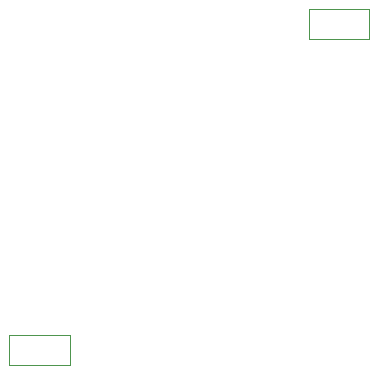
<source format=gbr>
%TF.GenerationSoftware,KiCad,Pcbnew,9.0.0*%
%TF.CreationDate,2025-05-12T14:44:43+01:00*%
%TF.ProjectId,KiCAD_uPicomac3_2,4b694341-445f-4755-9069-636f6d616333,rev?*%
%TF.SameCoordinates,Original*%
%TF.FileFunction,Other,User*%
%FSLAX46Y46*%
G04 Gerber Fmt 4.6, Leading zero omitted, Abs format (unit mm)*
G04 Created by KiCad (PCBNEW 9.0.0) date 2025-05-12 14:44:43*
%MOMM*%
%LPD*%
G01*
G04 APERTURE LIST*
%ADD10C,0.050000*%
G04 APERTURE END LIST*
D10*
%TO.C,J9*%
X129401325Y-49849285D02*
X129395547Y-52379494D01*
X134507761Y-49850995D02*
X129401325Y-49849285D01*
X134510783Y-52373601D02*
X134507761Y-49850995D01*
X129395547Y-52379494D02*
X134510785Y-52375422D01*
%TO.C,J7*%
X104046678Y-77469943D02*
X104049700Y-79992549D01*
X104049700Y-79992549D02*
X109156136Y-79994259D01*
X109156136Y-79994259D02*
X109161914Y-77464050D01*
X109161914Y-77464050D02*
X104046676Y-77468122D01*
%TD*%
M02*

</source>
